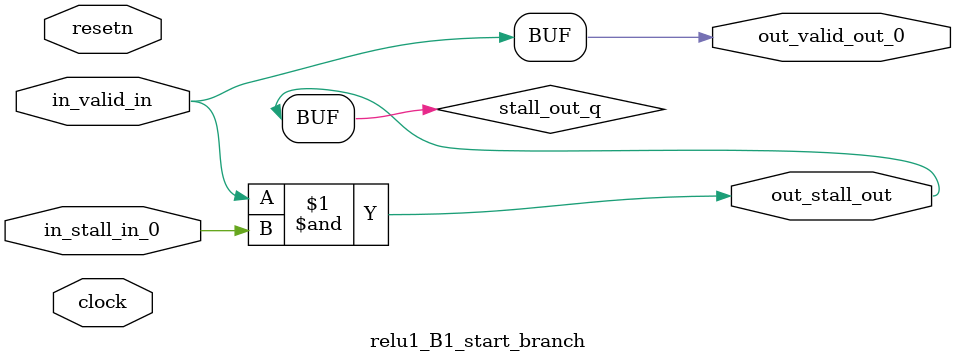
<source format=sv>



(* altera_attribute = "-name AUTO_SHIFT_REGISTER_RECOGNITION OFF; -name MESSAGE_DISABLE 10036; -name MESSAGE_DISABLE 10037; -name MESSAGE_DISABLE 14130; -name MESSAGE_DISABLE 14320; -name MESSAGE_DISABLE 15400; -name MESSAGE_DISABLE 14130; -name MESSAGE_DISABLE 10036; -name MESSAGE_DISABLE 12020; -name MESSAGE_DISABLE 12030; -name MESSAGE_DISABLE 12010; -name MESSAGE_DISABLE 12110; -name MESSAGE_DISABLE 14320; -name MESSAGE_DISABLE 13410; -name MESSAGE_DISABLE 113007; -name MESSAGE_DISABLE 10958" *)
module relu1_B1_start_branch (
    input wire [0:0] in_stall_in_0,
    input wire [0:0] in_valid_in,
    output wire [0:0] out_stall_out,
    output wire [0:0] out_valid_out_0,
    input wire clock,
    input wire resetn
    );

    wire [0:0] stall_out_q;


    // stall_out(LOGICAL,6)
    assign stall_out_q = in_valid_in & in_stall_in_0;

    // out_stall_out(GPOUT,4)
    assign out_stall_out = stall_out_q;

    // out_valid_out_0(GPOUT,5)
    assign out_valid_out_0 = in_valid_in;

endmodule

</source>
